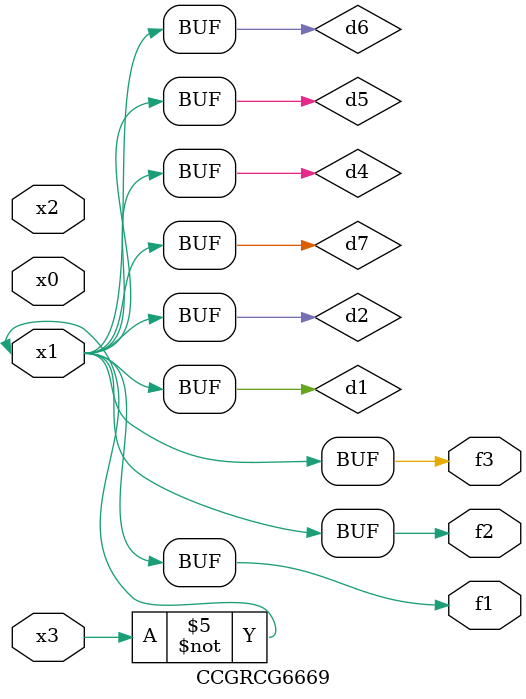
<source format=v>
module CCGRCG6669(
	input x0, x1, x2, x3,
	output f1, f2, f3
);

	wire d1, d2, d3, d4, d5, d6, d7;

	not (d1, x3);
	buf (d2, x1);
	xnor (d3, d1, d2);
	nor (d4, d1);
	buf (d5, d1, d2);
	buf (d6, d4, d5);
	nand (d7, d4);
	assign f1 = d6;
	assign f2 = d7;
	assign f3 = d6;
endmodule

</source>
